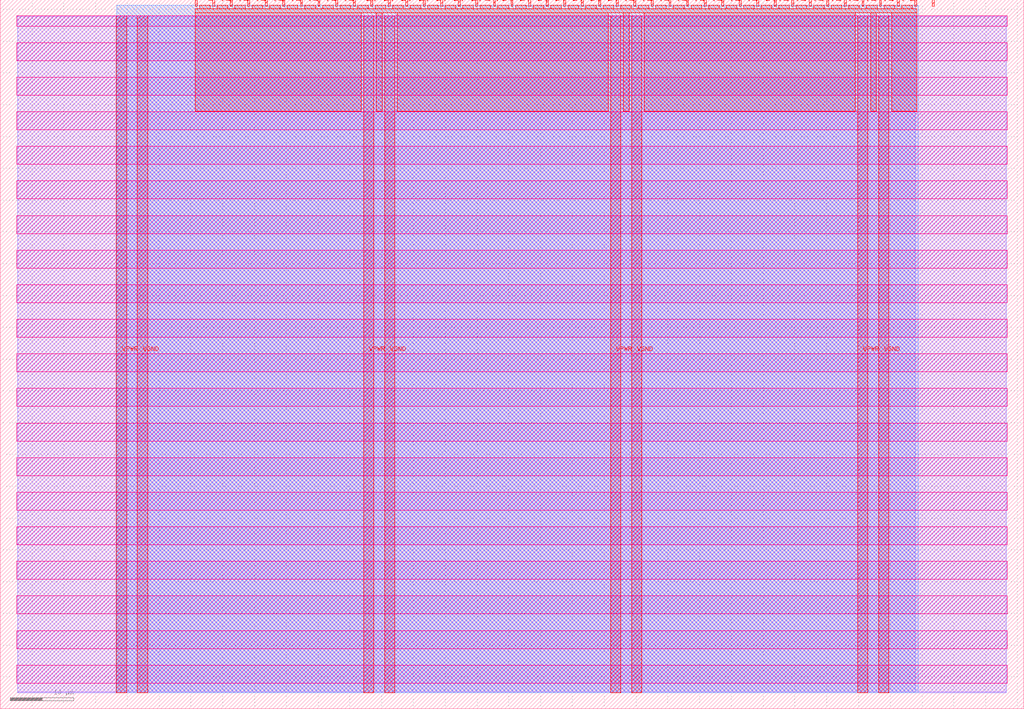
<source format=lef>
VERSION 5.7 ;
  NOWIREEXTENSIONATPIN ON ;
  DIVIDERCHAR "/" ;
  BUSBITCHARS "[]" ;
MACRO tt_um_JAC_EE_segdecode
  CLASS BLOCK ;
  FOREIGN tt_um_JAC_EE_segdecode ;
  ORIGIN 0.000 0.000 ;
  SIZE 161.000 BY 111.520 ;
  PIN VGND
    DIRECTION INOUT ;
    USE GROUND ;
    PORT
      LAYER met4 ;
        RECT 21.580 2.480 23.180 109.040 ;
    END
    PORT
      LAYER met4 ;
        RECT 60.450 2.480 62.050 109.040 ;
    END
    PORT
      LAYER met4 ;
        RECT 99.320 2.480 100.920 109.040 ;
    END
    PORT
      LAYER met4 ;
        RECT 138.190 2.480 139.790 109.040 ;
    END
  END VGND
  PIN VPWR
    DIRECTION INOUT ;
    USE POWER ;
    PORT
      LAYER met4 ;
        RECT 18.280 2.480 19.880 109.040 ;
    END
    PORT
      LAYER met4 ;
        RECT 57.150 2.480 58.750 109.040 ;
    END
    PORT
      LAYER met4 ;
        RECT 96.020 2.480 97.620 109.040 ;
    END
    PORT
      LAYER met4 ;
        RECT 134.890 2.480 136.490 109.040 ;
    END
  END VPWR
  PIN clk
    DIRECTION INPUT ;
    USE SIGNAL ;
    ANTENNAGATEAREA 0.852000 ;
    PORT
      LAYER met4 ;
        RECT 143.830 110.520 144.130 111.520 ;
    END
  END clk
  PIN ena
    DIRECTION INPUT ;
    USE SIGNAL ;
    PORT
      LAYER met4 ;
        RECT 146.590 110.520 146.890 111.520 ;
    END
  END ena
  PIN rst_n
    DIRECTION INPUT ;
    USE SIGNAL ;
    PORT
      LAYER met4 ;
        RECT 141.070 110.520 141.370 111.520 ;
    END
  END rst_n
  PIN ui_in[0]
    DIRECTION INPUT ;
    USE SIGNAL ;
    PORT
      LAYER met4 ;
        RECT 138.310 110.520 138.610 111.520 ;
    END
  END ui_in[0]
  PIN ui_in[1]
    DIRECTION INPUT ;
    USE SIGNAL ;
    ANTENNAGATEAREA 0.196500 ;
    PORT
      LAYER met4 ;
        RECT 135.550 110.520 135.850 111.520 ;
    END
  END ui_in[1]
  PIN ui_in[2]
    DIRECTION INPUT ;
    USE SIGNAL ;
    ANTENNAGATEAREA 0.196500 ;
    PORT
      LAYER met4 ;
        RECT 132.790 110.520 133.090 111.520 ;
    END
  END ui_in[2]
  PIN ui_in[3]
    DIRECTION INPUT ;
    USE SIGNAL ;
    PORT
      LAYER met4 ;
        RECT 130.030 110.520 130.330 111.520 ;
    END
  END ui_in[3]
  PIN ui_in[4]
    DIRECTION INPUT ;
    USE SIGNAL ;
    ANTENNAGATEAREA 0.196500 ;
    PORT
      LAYER met4 ;
        RECT 127.270 110.520 127.570 111.520 ;
    END
  END ui_in[4]
  PIN ui_in[5]
    DIRECTION INPUT ;
    USE SIGNAL ;
    ANTENNAGATEAREA 0.196500 ;
    PORT
      LAYER met4 ;
        RECT 124.510 110.520 124.810 111.520 ;
    END
  END ui_in[5]
  PIN ui_in[6]
    DIRECTION INPUT ;
    USE SIGNAL ;
    ANTENNAGATEAREA 0.196500 ;
    PORT
      LAYER met4 ;
        RECT 121.750 110.520 122.050 111.520 ;
    END
  END ui_in[6]
  PIN ui_in[7]
    DIRECTION INPUT ;
    USE SIGNAL ;
    ANTENNAGATEAREA 0.196500 ;
    PORT
      LAYER met4 ;
        RECT 118.990 110.520 119.290 111.520 ;
    END
  END ui_in[7]
  PIN uio_in[0]
    DIRECTION INPUT ;
    USE SIGNAL ;
    PORT
      LAYER met4 ;
        RECT 116.230 110.520 116.530 111.520 ;
    END
  END uio_in[0]
  PIN uio_in[1]
    DIRECTION INPUT ;
    USE SIGNAL ;
    PORT
      LAYER met4 ;
        RECT 113.470 110.520 113.770 111.520 ;
    END
  END uio_in[1]
  PIN uio_in[2]
    DIRECTION INPUT ;
    USE SIGNAL ;
    PORT
      LAYER met4 ;
        RECT 110.710 110.520 111.010 111.520 ;
    END
  END uio_in[2]
  PIN uio_in[3]
    DIRECTION INPUT ;
    USE SIGNAL ;
    PORT
      LAYER met4 ;
        RECT 107.950 110.520 108.250 111.520 ;
    END
  END uio_in[3]
  PIN uio_in[4]
    DIRECTION INPUT ;
    USE SIGNAL ;
    PORT
      LAYER met4 ;
        RECT 105.190 110.520 105.490 111.520 ;
    END
  END uio_in[4]
  PIN uio_in[5]
    DIRECTION INPUT ;
    USE SIGNAL ;
    PORT
      LAYER met4 ;
        RECT 102.430 110.520 102.730 111.520 ;
    END
  END uio_in[5]
  PIN uio_in[6]
    DIRECTION INPUT ;
    USE SIGNAL ;
    PORT
      LAYER met4 ;
        RECT 99.670 110.520 99.970 111.520 ;
    END
  END uio_in[6]
  PIN uio_in[7]
    DIRECTION INPUT ;
    USE SIGNAL ;
    PORT
      LAYER met4 ;
        RECT 96.910 110.520 97.210 111.520 ;
    END
  END uio_in[7]
  PIN uio_oe[0]
    DIRECTION OUTPUT ;
    USE SIGNAL ;
    ANTENNADIFFAREA 0.445500 ;
    PORT
      LAYER met4 ;
        RECT 49.990 110.520 50.290 111.520 ;
    END
  END uio_oe[0]
  PIN uio_oe[1]
    DIRECTION OUTPUT ;
    USE SIGNAL ;
    ANTENNADIFFAREA 0.445500 ;
    PORT
      LAYER met4 ;
        RECT 47.230 110.520 47.530 111.520 ;
    END
  END uio_oe[1]
  PIN uio_oe[2]
    DIRECTION OUTPUT ;
    USE SIGNAL ;
    ANTENNADIFFAREA 0.445500 ;
    PORT
      LAYER met4 ;
        RECT 44.470 110.520 44.770 111.520 ;
    END
  END uio_oe[2]
  PIN uio_oe[3]
    DIRECTION OUTPUT ;
    USE SIGNAL ;
    ANTENNADIFFAREA 0.445500 ;
    PORT
      LAYER met4 ;
        RECT 41.710 110.520 42.010 111.520 ;
    END
  END uio_oe[3]
  PIN uio_oe[4]
    DIRECTION OUTPUT ;
    USE SIGNAL ;
    ANTENNADIFFAREA 0.445500 ;
    PORT
      LAYER met4 ;
        RECT 38.950 110.520 39.250 111.520 ;
    END
  END uio_oe[4]
  PIN uio_oe[5]
    DIRECTION OUTPUT ;
    USE SIGNAL ;
    ANTENNADIFFAREA 0.445500 ;
    PORT
      LAYER met4 ;
        RECT 36.190 110.520 36.490 111.520 ;
    END
  END uio_oe[5]
  PIN uio_oe[6]
    DIRECTION OUTPUT ;
    USE SIGNAL ;
    ANTENNADIFFAREA 0.445500 ;
    PORT
      LAYER met4 ;
        RECT 33.430 110.520 33.730 111.520 ;
    END
  END uio_oe[6]
  PIN uio_oe[7]
    DIRECTION OUTPUT ;
    USE SIGNAL ;
    ANTENNADIFFAREA 0.445500 ;
    PORT
      LAYER met4 ;
        RECT 30.670 110.520 30.970 111.520 ;
    END
  END uio_oe[7]
  PIN uio_out[0]
    DIRECTION OUTPUT ;
    USE SIGNAL ;
    ANTENNADIFFAREA 0.891000 ;
    PORT
      LAYER met4 ;
        RECT 72.070 110.520 72.370 111.520 ;
    END
  END uio_out[0]
  PIN uio_out[1]
    DIRECTION OUTPUT ;
    USE SIGNAL ;
    ANTENNADIFFAREA 1.431000 ;
    PORT
      LAYER met4 ;
        RECT 69.310 110.520 69.610 111.520 ;
    END
  END uio_out[1]
  PIN uio_out[2]
    DIRECTION OUTPUT ;
    USE SIGNAL ;
    ANTENNADIFFAREA 1.431000 ;
    PORT
      LAYER met4 ;
        RECT 66.550 110.520 66.850 111.520 ;
    END
  END uio_out[2]
  PIN uio_out[3]
    DIRECTION OUTPUT ;
    USE SIGNAL ;
    ANTENNADIFFAREA 1.431000 ;
    PORT
      LAYER met4 ;
        RECT 63.790 110.520 64.090 111.520 ;
    END
  END uio_out[3]
  PIN uio_out[4]
    DIRECTION OUTPUT ;
    USE SIGNAL ;
    ANTENNAGATEAREA 1.485000 ;
    ANTENNADIFFAREA 1.075200 ;
    PORT
      LAYER met4 ;
        RECT 61.030 110.520 61.330 111.520 ;
    END
  END uio_out[4]
  PIN uio_out[5]
    DIRECTION OUTPUT ;
    USE SIGNAL ;
    ANTENNADIFFAREA 0.445500 ;
    PORT
      LAYER met4 ;
        RECT 58.270 110.520 58.570 111.520 ;
    END
  END uio_out[5]
  PIN uio_out[6]
    DIRECTION OUTPUT ;
    USE SIGNAL ;
    ANTENNADIFFAREA 0.445500 ;
    PORT
      LAYER met4 ;
        RECT 55.510 110.520 55.810 111.520 ;
    END
  END uio_out[6]
  PIN uio_out[7]
    DIRECTION OUTPUT ;
    USE SIGNAL ;
    ANTENNADIFFAREA 0.445500 ;
    PORT
      LAYER met4 ;
        RECT 52.750 110.520 53.050 111.520 ;
    END
  END uio_out[7]
  PIN uo_out[0]
    DIRECTION OUTPUT ;
    USE SIGNAL ;
    ANTENNADIFFAREA 0.933750 ;
    PORT
      LAYER met4 ;
        RECT 94.150 110.520 94.450 111.520 ;
    END
  END uo_out[0]
  PIN uo_out[1]
    DIRECTION OUTPUT ;
    USE SIGNAL ;
    ANTENNADIFFAREA 0.891000 ;
    PORT
      LAYER met4 ;
        RECT 91.390 110.520 91.690 111.520 ;
    END
  END uo_out[1]
  PIN uo_out[2]
    DIRECTION OUTPUT ;
    USE SIGNAL ;
    ANTENNADIFFAREA 1.484000 ;
    PORT
      LAYER met4 ;
        RECT 88.630 110.520 88.930 111.520 ;
    END
  END uo_out[2]
  PIN uo_out[3]
    DIRECTION OUTPUT ;
    USE SIGNAL ;
    ANTENNADIFFAREA 0.891000 ;
    PORT
      LAYER met4 ;
        RECT 85.870 110.520 86.170 111.520 ;
    END
  END uo_out[3]
  PIN uo_out[4]
    DIRECTION OUTPUT ;
    USE SIGNAL ;
    ANTENNADIFFAREA 1.484000 ;
    PORT
      LAYER met4 ;
        RECT 83.110 110.520 83.410 111.520 ;
    END
  END uo_out[4]
  PIN uo_out[5]
    DIRECTION OUTPUT ;
    USE SIGNAL ;
    ANTENNADIFFAREA 1.431000 ;
    PORT
      LAYER met4 ;
        RECT 80.350 110.520 80.650 111.520 ;
    END
  END uo_out[5]
  PIN uo_out[6]
    DIRECTION OUTPUT ;
    USE SIGNAL ;
    ANTENNADIFFAREA 1.484000 ;
    PORT
      LAYER met4 ;
        RECT 77.590 110.520 77.890 111.520 ;
    END
  END uo_out[6]
  PIN uo_out[7]
    DIRECTION OUTPUT ;
    USE SIGNAL ;
    ANTENNADIFFAREA 0.795200 ;
    PORT
      LAYER met4 ;
        RECT 74.830 110.520 75.130 111.520 ;
    END
  END uo_out[7]
  OBS
      LAYER nwell ;
        RECT 2.570 107.385 158.430 108.990 ;
        RECT 2.570 101.945 158.430 104.775 ;
        RECT 2.570 96.505 158.430 99.335 ;
        RECT 2.570 91.065 158.430 93.895 ;
        RECT 2.570 85.625 158.430 88.455 ;
        RECT 2.570 80.185 158.430 83.015 ;
        RECT 2.570 74.745 158.430 77.575 ;
        RECT 2.570 69.305 158.430 72.135 ;
        RECT 2.570 63.865 158.430 66.695 ;
        RECT 2.570 58.425 158.430 61.255 ;
        RECT 2.570 52.985 158.430 55.815 ;
        RECT 2.570 47.545 158.430 50.375 ;
        RECT 2.570 42.105 158.430 44.935 ;
        RECT 2.570 36.665 158.430 39.495 ;
        RECT 2.570 31.225 158.430 34.055 ;
        RECT 2.570 25.785 158.430 28.615 ;
        RECT 2.570 20.345 158.430 23.175 ;
        RECT 2.570 14.905 158.430 17.735 ;
        RECT 2.570 9.465 158.430 12.295 ;
        RECT 2.570 4.025 158.430 6.855 ;
      LAYER li1 ;
        RECT 2.760 2.635 158.240 108.885 ;
      LAYER met1 ;
        RECT 2.760 2.480 158.240 109.040 ;
      LAYER met2 ;
        RECT 18.310 2.535 143.890 110.685 ;
      LAYER met3 ;
        RECT 18.290 2.555 144.370 110.665 ;
      LAYER met4 ;
        RECT 31.370 110.120 33.030 110.665 ;
        RECT 34.130 110.120 35.790 110.665 ;
        RECT 36.890 110.120 38.550 110.665 ;
        RECT 39.650 110.120 41.310 110.665 ;
        RECT 42.410 110.120 44.070 110.665 ;
        RECT 45.170 110.120 46.830 110.665 ;
        RECT 47.930 110.120 49.590 110.665 ;
        RECT 50.690 110.120 52.350 110.665 ;
        RECT 53.450 110.120 55.110 110.665 ;
        RECT 56.210 110.120 57.870 110.665 ;
        RECT 58.970 110.120 60.630 110.665 ;
        RECT 61.730 110.120 63.390 110.665 ;
        RECT 64.490 110.120 66.150 110.665 ;
        RECT 67.250 110.120 68.910 110.665 ;
        RECT 70.010 110.120 71.670 110.665 ;
        RECT 72.770 110.120 74.430 110.665 ;
        RECT 75.530 110.120 77.190 110.665 ;
        RECT 78.290 110.120 79.950 110.665 ;
        RECT 81.050 110.120 82.710 110.665 ;
        RECT 83.810 110.120 85.470 110.665 ;
        RECT 86.570 110.120 88.230 110.665 ;
        RECT 89.330 110.120 90.990 110.665 ;
        RECT 92.090 110.120 93.750 110.665 ;
        RECT 94.850 110.120 96.510 110.665 ;
        RECT 97.610 110.120 99.270 110.665 ;
        RECT 100.370 110.120 102.030 110.665 ;
        RECT 103.130 110.120 104.790 110.665 ;
        RECT 105.890 110.120 107.550 110.665 ;
        RECT 108.650 110.120 110.310 110.665 ;
        RECT 111.410 110.120 113.070 110.665 ;
        RECT 114.170 110.120 115.830 110.665 ;
        RECT 116.930 110.120 118.590 110.665 ;
        RECT 119.690 110.120 121.350 110.665 ;
        RECT 122.450 110.120 124.110 110.665 ;
        RECT 125.210 110.120 126.870 110.665 ;
        RECT 127.970 110.120 129.630 110.665 ;
        RECT 130.730 110.120 132.390 110.665 ;
        RECT 133.490 110.120 135.150 110.665 ;
        RECT 136.250 110.120 137.910 110.665 ;
        RECT 139.010 110.120 140.670 110.665 ;
        RECT 141.770 110.120 143.430 110.665 ;
        RECT 30.655 109.440 144.145 110.120 ;
        RECT 30.655 94.015 56.750 109.440 ;
        RECT 59.150 94.015 60.050 109.440 ;
        RECT 62.450 94.015 95.620 109.440 ;
        RECT 98.020 94.015 98.920 109.440 ;
        RECT 101.320 94.015 134.490 109.440 ;
        RECT 136.890 94.015 137.790 109.440 ;
        RECT 140.190 94.015 144.145 109.440 ;
  END
END tt_um_JAC_EE_segdecode
END LIBRARY


</source>
